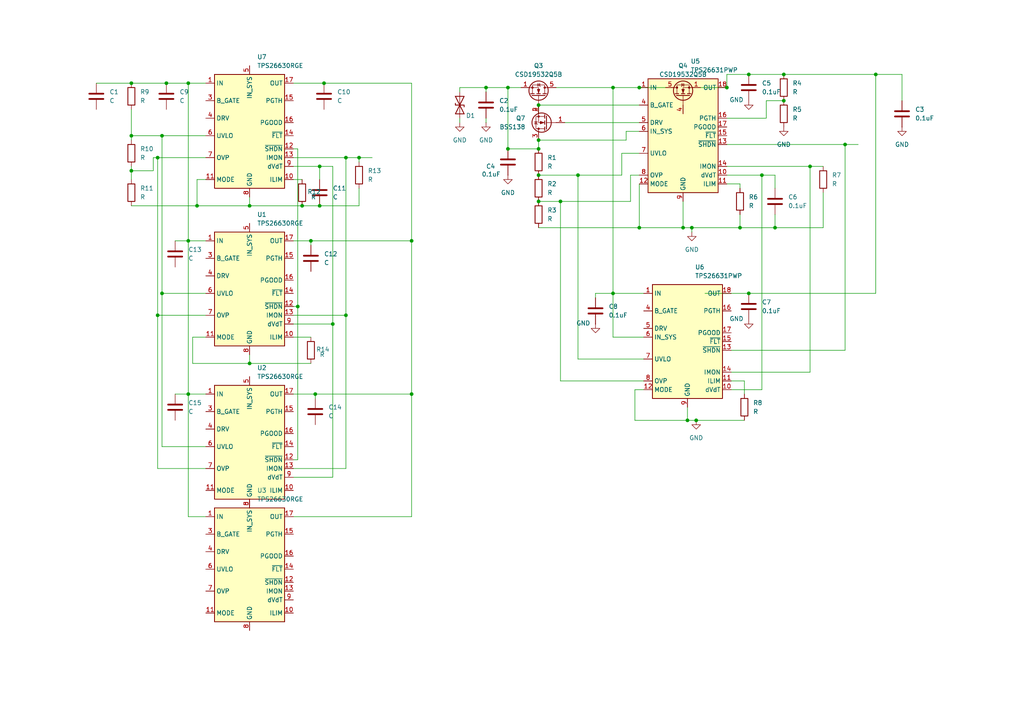
<source format=kicad_sch>
(kicad_sch (version 20231120) (generator "eeschema") (generator_version "8.0")
  (paper "A4")
  (lib_symbols
    (symbol "Device:C" (pin_numbers hide) (pin_names (offset 0.254))
      (property "Reference" "C" (at 0.635 2.54 0))
      (property "Value" "C" (at 0.635 -2.54 0))
      (symbol "C_0_1"
        (polyline (pts (xy -2.032 -0.762) (xy 2.032 -0.762)) (stroke (width 0.508)))
        (polyline (pts (xy -2.032 0.762) (xy 2.032 0.762)) (stroke (width 0.508)))
      )
      (symbol "C_1_1"
        (pin passive line (at 0 3.81 270) (length 2.794) (name "~") (number "1"))
        (pin passive line (at 0 -3.81 90) (length 2.794) (name "~") (number "2"))
      )
    )
    (symbol "Device:R" (pin_numbers hide) (pin_names (offset 0))
      (property "Reference" "R" (at 2.032 0 90))
      (property "Value" "R" (at 0 0 90))
      (symbol "R_0_1"
        (rectangle (start -1.016 -2.54) (end 1.016 2.54) (stroke (width 0.254)))
      )
      (symbol "R_1_1"
        (pin passive line (at 0 3.81 270) (length 1.27) (name "~") (number "1"))
        (pin passive line (at 0 -3.81 90) (length 1.27) (name "~") (number "2"))
      )
    )
    (symbol "Diode:1.5SMCxxCA" (pin_numbers hide) (pin_names (offset 1.016) hide)
      (property "Reference" "D" (at 0 2.54 0))
      (property "Value" "1.5SMCxxCA" (at 0 -2.54 0))
      (symbol "1.5SMCxxCA_0_1"
        (polyline (pts (xy 1.27 0) (xy -1.27 0)))
        (polyline (pts (xy -2.54 -1.27) (xy 0 0) (xy -2.54 1.27) (xy -2.54 -1.27)) (stroke (width 0.254)))
        (polyline (pts (xy 0.508 1.27) (xy 0 1.27) (xy 0 -1.27) (xy -0.508 -1.27)) (stroke (width 0.254)))
        (polyline (pts (xy 2.54 1.27) (xy 2.54 -1.27) (xy 0 0) (xy 2.54 1.27)) (stroke (width 0.254)))
      )
      (symbol "1.5SMCxxCA_1_1"
        (pin passive line (at -3.81 0 0) (length 2.54) (name "A1") (number "1"))
        (pin passive line (at 3.81 0 180) (length 2.54) (name "A2") (number "2"))
      )
    )
    (symbol "TPS26630RGE_1"
      (property "Reference" "U7" (at 2.1941 20.32 0))
      (property "Value" "TPS26630RGE" (at 2.1941 17.78 0))
      (symbol "TPS26630RGE_1_0_1"
        (rectangle (start -10.16 15.24) (end 10.16 -17.78) (stroke (width 0.254)) (fill (type background)))
      )
      (symbol "TPS26630RGE_1_1_1"
        (pin power_in line (at -12.7 12.7 0) (length 2.54) (name "IN") (number "1"))
        (pin passive line (at 12.7 -15.24 180) (length 2.54) (name "ILIM") (number "10"))
        (pin input line (at -12.7 -15.24 0) (length 2.54) (name "MODE") (number "11"))
        (pin input line (at 12.7 -6.35 180) (length 2.54) (name "~{SHDN}") (number "12"))
        (pin output line (at 12.7 -8.89 180) (length 2.54) (name "IMON") (number "13"))
        (pin open_collector line (at 12.7 -2.54 180) (length 2.54) (name "~{FLT}") (number "14"))
        (pin input line (at 12.7 7.62 180) (length 2.54) (name "PGTH") (number "15"))
        (pin output line (at 12.7 1.27 180) (length 2.54) (name "PGOOD") (number "16"))
        (pin power_out line (at 12.7 12.7 180) (length 2.54) (name "OUT") (number "17"))
        (pin passive line (at 12.7 12.7 180) (length 2.54) hide (name "OUT") (number "18"))
        (pin no_connect line (at -10.16 10.16 0) (length 2.54) hide (name "NC") (number "19"))
        (pin passive line (at -12.7 12.7 0) (length 2.54) hide (name "IN") (number "2"))
        (pin no_connect line (at -10.16 5.08 0) (length 2.54) hide (name "NC") (number "20"))
        (pin no_connect line (at -10.16 0 0) (length 2.54) hide (name "NC") (number "21"))
        (pin no_connect line (at 10.16 10.16 180) (length 2.54) hide (name "NC") (number "22"))
        (pin no_connect line (at 10.16 5.08 180) (length 2.54) hide (name "NC") (number "23"))
        (pin no_connect line (at 10.16 2.54 180) (length 2.54) hide (name "NC") (number "24"))
        (pin passive line (at 0 -20.32 90) (length 2.54) hide (name "GND") (number "25"))
        (pin output line (at -12.7 7.62 0) (length 2.54) (name "B_GATE") (number "3"))
        (pin output line (at -12.7 2.54 0) (length 2.54) (name "DRV") (number "4"))
        (pin power_in line (at 0 17.78 270) (length 2.54) (name "IN_SYS") (number "5"))
        (pin input line (at -12.7 -2.54 0) (length 2.54) (name "UVLO") (number "6"))
        (pin input line (at -12.7 -8.89 0) (length 2.54) (name "OVP") (number "7"))
        (pin power_in line (at 0 -20.32 90) (length 2.54) (name "GND") (number "8"))
        (pin passive line (at 12.7 -11.43 180) (length 2.54) (name "dVdT") (number "9"))
      )
    )
    (symbol "TPS26631PWP_1"
      (property "Reference" "U5" (at 2.1941 20.32 0))
      (property "Value" "TPS26631PWP" (at 2.1941 17.78 0))
      (symbol "TPS26631PWP_1_0_1"
        (rectangle (start -10.16 15.24) (end 10.16 -17.78) (stroke (width 0.254)) (fill (type background)))
      )
      (symbol "TPS26631PWP_1_1_1"
        (pin power_in line (at -12.7 12.7 0) (length 2.54) (name "IN") (number "1"))
        (pin passive line (at 12.7 -15.24 180) (length 2.54) (name "dVdT") (number "10"))
        (pin passive line (at 12.7 -12.7 180) (length 2.54) (name "ILIM") (number "11"))
        (pin input line (at -12.7 -15.24 0) (length 2.54) (name "MODE") (number "12"))
        (pin input line (at 12.7 -3.81 180) (length 2.54) (name "~{SHDN}") (number "13"))
        (pin output line (at 12.7 -10.16 180) (length 2.54) (name "IMON") (number "14"))
        (pin open_collector line (at 12.7 -1.27 180) (length 2.54) (name "~{FLT}") (number "15"))
        (pin input line (at 12.7 7.62 180) (length 2.54) (name "PGTH") (number "16"))
        (pin output line (at 12.7 1.27 180) (length 2.54) (name "PGOOD") (number "17"))
        (pin power_out line (at 12.7 12.7 180) (length 2.54) (name "OUT") (number "18"))
        (pin passive line (at 12.7 12.7 180) (length 2.54) hide (name "OUT") (number "19"))
        (pin passive line (at -12.7 12.7 0) (length 2.54) hide (name "IN") (number "2"))
        (pin passive line (at 12.7 12.7 180) (length 2.54) hide (name "OUT") (number "20"))
        (pin passive line (at 0 -20.32 90) (length 2.54) hide (name "GND") (number "21"))
        (pin passive line (at -12.7 12.7 0) (length 2.54) hide (name "IN") (number "3"))
        (pin output line (at -12.7 7.62 0) (length 2.54) (name "B_GATE") (number "4"))
        (pin output line (at -12.7 2.54 0) (length 2.54) (name "DRV") (number "5"))
        (pin power_in line (at -12.7 0 0) (length 2.54) (name "IN_SYS") (number "6"))
        (pin input line (at -12.7 -6.35 0) (length 2.54) (name "UVLO") (number "7"))
        (pin input line (at -12.7 -12.7 0) (length 2.54) (name "OVP") (number "8"))
        (pin power_in line (at 0 -20.32 90) (length 2.54) (name "GND") (number "9"))
      )
    )
    (symbol "TPS26631PWP_2"
      (property "Reference" "U5" (at 2.1941 20.32 0))
      (property "Value" "TPS26631PWP" (at 2.1941 17.78 0))
      (symbol "TPS26631PWP_2_0_1"
        (rectangle (start -10.16 15.24) (end 10.16 -17.78) (stroke (width 0.254)) (fill (type background)))
      )
      (symbol "TPS26631PWP_2_1_1"
        (pin power_in line (at -12.7 12.7 0) (length 2.54) (name "IN") (number "1"))
        (pin passive line (at 12.7 -12.7 180) (length 2.54) (name "dVdT") (number "10"))
        (pin passive line (at 12.7 -15.24 180) (length 2.54) (name "ILIM") (number "11"))
        (pin input line (at -12.7 -15.24 0) (length 2.54) (name "MODE") (number "12"))
        (pin input line (at 12.7 -3.81 180) (length 2.54) (name "~{SHDN}") (number "13"))
        (pin output line (at 12.7 -10.16 180) (length 2.54) (name "IMON") (number "14"))
        (pin open_collector line (at 12.7 -1.27 180) (length 2.54) (name "~{FLT}") (number "15"))
        (pin input line (at 12.7 3.81 180) (length 2.54) (name "PGTH") (number "16"))
        (pin output line (at 12.7 1.27 180) (length 2.54) (name "PGOOD") (number "17"))
        (pin power_out line (at 12.7 12.7 180) (length 2.54) (name "OUT") (number "18"))
        (pin passive line (at 12.7 12.7 180) (length 2.54) hide (name "OUT") (number "19"))
        (pin passive line (at -12.7 12.7 0) (length 2.54) hide (name "IN") (number "2"))
        (pin passive line (at 12.7 12.7 180) (length 2.54) hide (name "OUT") (number "20"))
        (pin passive line (at 0 -20.32 90) (length 2.54) hide (name "GND") (number "21"))
        (pin passive line (at -12.7 12.7 0) (length 2.54) hide (name "IN") (number "3"))
        (pin output line (at -12.7 7.62 0) (length 2.54) (name "B_GATE") (number "4"))
        (pin output line (at -12.7 2.54 0) (length 2.54) (name "DRV") (number "5"))
        (pin power_in line (at -12.7 0 0) (length 2.54) (name "IN_SYS") (number "6"))
        (pin input line (at -12.7 -6.35 0) (length 2.54) (name "UVLO") (number "7"))
        (pin input line (at -12.7 -12.7 0) (length 2.54) (name "OVP") (number "8"))
        (pin power_in line (at 0 -20.32 90) (length 2.54) (name "GND") (number "9"))
      )
    )
    (symbol "Transistor_FET:BSS138" (pin_names hide)
      (property "Reference" "Q" (at 5.08 1.905 0))
      (property "Value" "BSS138" (at 5.08 0 0))
      (symbol "BSS138_0_1"
        (polyline (pts (xy 0.254 0) (xy -2.54 0)))
        (polyline (pts (xy 0.254 1.905) (xy 0.254 -1.905)) (stroke (width 0.254)))
        (polyline (pts (xy 0.762 -1.27) (xy 0.762 -2.286)) (stroke (width 0.254)))
        (polyline (pts (xy 0.762 0.508) (xy 0.762 -0.508)) (stroke (width 0.254)))
        (polyline (pts (xy 0.762 2.286) (xy 0.762 1.27)) (stroke (width 0.254)))
        (polyline (pts (xy 2.54 2.54) (xy 2.54 1.778)))
        (polyline (pts (xy 2.54 -2.54) (xy 2.54 0) (xy 0.762 0)))
        (polyline (pts (xy 0.762 -1.778) (xy 3.302 -1.778) (xy 3.302 1.778) (xy 0.762 1.778)))
        (polyline (pts (xy 1.016 0) (xy 2.032 0.381) (xy 2.032 -0.381) (xy 1.016 0)) (fill (type outline)))
        (polyline (pts (xy 2.794 0.508) (xy 2.921 0.381) (xy 3.683 0.381) (xy 3.81 0.254)))
        (polyline (pts (xy 3.302 0.381) (xy 2.921 -0.254) (xy 3.683 -0.254) (xy 3.302 0.381)))
        (circle (center 1.651 0) (radius 2.794) (stroke (width 0.254)))
        (circle (center 2.54 -1.778) (radius 0.254) (fill (type outline)))
        (circle (center 2.54 1.778) (radius 0.254) (fill (type outline)))
      )
      (symbol "BSS138_1_1"
        (pin input line (at -5.08 0 0) (length 2.54) (name "G") (number "1"))
        (pin passive line (at 2.54 -5.08 90) (length 2.54) (name "S") (number "2"))
        (pin passive line (at 2.54 5.08 270) (length 2.54) (name "D") (number "3"))
      )
    )
    (symbol "Transistor_FET:CSD19532Q5B" (pin_names hide)
      (property "Reference" "Q" (at 5.08 1.905 0))
      (property "Value" "CSD19532Q5B" (at 5.08 0 0))
      (symbol "CSD19532Q5B_0_1"
        (polyline (pts (xy 0.254 0) (xy -2.54 0)))
        (polyline (pts (xy 0.254 1.905) (xy 0.254 -1.905)) (stroke (width 0.254)))
        (polyline (pts (xy 0.762 -1.27) (xy 0.762 -2.286)) (stroke (width 0.254)))
        (polyline (pts (xy 0.762 0.508) (xy 0.762 -0.508)) (stroke (width 0.254)))
        (polyline (pts (xy 0.762 2.286) (xy 0.762 1.27)) (stroke (width 0.254)))
        (polyline (pts (xy 2.54 2.54) (xy 2.54 1.778)))
        (polyline (pts (xy 2.54 -2.54) (xy 2.54 0) (xy 0.762 0)))
        (polyline (pts (xy 0.762 -1.778) (xy 3.302 -1.778) (xy 3.302 1.778) (xy 0.762 1.778)))
        (polyline (pts (xy 1.016 0) (xy 2.032 0.381) (xy 2.032 -0.381) (xy 1.016 0)) (fill (type outline)))
        (polyline (pts (xy 2.794 0.508) (xy 2.921 0.381) (xy 3.683 0.381) (xy 3.81 0.254)))
        (polyline (pts (xy 3.302 0.381) (xy 2.921 -0.254) (xy 3.683 -0.254) (xy 3.302 0.381)))
        (circle (center 1.651 0) (radius 2.794) (stroke (width 0.254)))
        (circle (center 2.54 -1.778) (radius 0.254) (fill (type outline)))
        (circle (center 2.54 1.778) (radius 0.254) (fill (type outline)))
      )
      (symbol "CSD19532Q5B_1_1"
        (pin passive line (at 2.54 -5.08 90) (length 2.54) (name "S") (number "1"))
        (pin passive line (at 2.54 -5.08 90) (length 2.54) hide (name "S") (number "2"))
        (pin passive line (at 2.54 -5.08 90) (length 2.54) hide (name "S") (number "3"))
        (pin passive line (at -5.08 0 0) (length 2.54) (name "G") (number "4"))
        (pin passive line (at 2.54 5.08 270) (length 2.54) (name "D") (number "5"))
      )
    )
    (symbol "power:GND" (power) (pin_numbers hide) (pin_names (offset 0) hide)
      (property "Value" "GND" (at 0 -3.81 0))
      (symbol "GND_0_1"
        (polyline (pts (xy 0 0) (xy 0 -1.27) (xy 1.27 -1.27) (xy 0 -2.54) (xy -1.27 -1.27) (xy 0 -1.27)))
      )
      (symbol "GND_1_1"
        (pin power_in line (at 0 0 270) (length 0) (name "~") (number "1"))
      )
    )
  )
  (junction (at 100.33 45.72))
  (junction (at 156.21 40.64))
  (junction (at 100.33 91.44))
  (junction (at 198.12 66.04))
  (junction (at 92.71 59.69))
  (junction (at 93.98 24.13))
  (junction (at 46.99 85.09))
  (junction (at 156.21 30.48))
  (junction (at 177.8 85.09))
  (junction (at 162.56 58.42))
  (junction (at 199.39 121.92))
  (junction (at 57.15 59.69))
  (junction (at 92.71 48.26))
  (junction (at 91.44 114.3))
  (junction (at 217.17 85.09))
  (junction (at 72.39 105.41))
  (junction (at 48.26 24.13))
  (junction (at 46.99 39.37))
  (junction (at 38.1 49.53))
  (junction (at 87.63 59.69))
  (junction (at 245.11 41.91))
  (junction (at 227.33 21.59))
  (junction (at 104.14 45.72))
  (junction (at 140.97 25.4))
  (junction (at 254 21.59))
  (junction (at 147.32 43.18))
  (junction (at 54.61 114.3))
  (junction (at 214.63 66.04))
  (junction (at 119.38 114.3))
  (junction (at 54.61 24.13))
  (junction (at 156.21 50.8))
  (junction (at 38.1 39.37))
  (junction (at 234.95 48.26))
  (junction (at 156.21 58.42))
  (junction (at 147.32 25.4))
  (junction (at 156.21 43.18))
  (junction (at 119.38 69.85))
  (junction (at 210.82 25.4))
  (junction (at 217.17 21.59))
  (junction (at 86.36 88.9))
  (junction (at 54.61 69.85))
  (junction (at 90.17 69.85))
  (junction (at 220.98 50.8))
  (junction (at 96.52 93.98))
  (junction (at 45.72 45.72))
  (junction (at 185.42 66.04))
  (junction (at 185.42 25.4))
  (junction (at 200.66 66.04))
  (junction (at 227.33 29.21))
  (junction (at 45.72 91.44))
  (junction (at 72.39 59.69))
  (junction (at 177.8 25.4))
  (junction (at 38.1 24.13))
  (junction (at 224.79 66.04))
  (junction (at 201.93 121.92))
  (junction (at 167.64 50.8))
  (wire (pts (xy 214.63 66.04) (xy 224.79 66.04)))
  (wire (pts (xy 44.45 45.72) (xy 44.45 49.53)))
  (wire (pts (xy 38.1 59.69) (xy 57.15 59.69)))
  (wire (pts (xy 93.98 24.13) (xy 119.38 24.13)))
  (wire (pts (xy 59.69 24.13) (xy 54.61 24.13)))
  (wire (pts (xy 212.09 85.09) (xy 217.17 85.09)))
  (wire (pts (xy 59.69 91.44) (xy 45.72 91.44)))
  (wire (pts (xy 210.82 21.59) (xy 217.17 21.59)))
  (wire (pts (xy 119.38 149.86) (xy 119.38 114.3)))
  (wire (pts (xy 54.61 69.85) (xy 59.69 69.85)))
  (wire (pts (xy 224.79 66.04) (xy 238.76 66.04)))
  (wire (pts (xy 54.61 24.13) (xy 54.61 69.85)))
  (wire (pts (xy 181.61 40.64) (xy 181.61 38.1)))
  (wire (pts (xy 167.64 104.14) (xy 186.69 104.14)))
  (wire (pts (xy 55.88 97.79) (xy 55.88 105.41)))
  (wire (pts (xy 210.82 34.29) (xy 222.25 34.29)))
  (wire (pts (xy 72.39 102.87) (xy 72.39 105.41)))
  (wire (pts (xy 59.69 135.89) (xy 45.72 135.89)))
  (wire (pts (xy 156.21 50.8) (xy 167.64 50.8)))
  (wire (pts (xy 156.21 30.48) (xy 156.21 33.02)))
  (wire (pts (xy 182.88 50.8) (xy 185.42 50.8)))
  (wire (pts (xy 119.38 24.13) (xy 119.38 69.85)))
  (wire (pts (xy 162.56 58.42) (xy 162.56 110.49)))
  (wire (pts (xy 90.17 69.85) (xy 85.09 69.85)))
  (wire (pts (xy 85.09 97.79) (xy 90.17 97.79)))
  (wire (pts (xy 85.09 149.86) (xy 119.38 149.86)))
  (wire (pts (xy 85.09 52.07) (xy 87.63 52.07)))
  (wire (pts (xy 46.99 85.09) (xy 46.99 39.37)))
  (wire (pts (xy 59.69 129.54) (xy 46.99 129.54)))
  (wire (pts (xy 92.71 48.26) (xy 92.71 52.07)))
  (wire (pts (xy 85.09 93.98) (xy 96.52 93.98)))
  (wire (pts (xy 38.1 39.37) (xy 38.1 40.64)))
  (wire (pts (xy 59.69 97.79) (xy 55.88 97.79)))
  (wire (pts (xy 59.69 149.86) (xy 54.61 149.86)))
  (wire (pts (xy 72.39 105.41) (xy 90.17 105.41)))
  (wire (pts (xy 54.61 69.85) (xy 54.61 114.3)))
  (wire (pts (xy 140.97 25.4) (xy 140.97 26.67)))
  (wire (pts (xy 234.95 48.26) (xy 238.76 48.26)))
  (wire (pts (xy 91.44 114.3) (xy 91.44 115.57)))
  (wire (pts (xy 104.14 45.72) (xy 104.14 46.99)))
  (wire (pts (xy 46.99 85.09) (xy 59.69 85.09)))
  (wire (pts (xy 185.42 66.04) (xy 198.12 66.04)))
  (wire (pts (xy 212.09 110.49) (xy 215.9 110.49)))
  (wire (pts (xy 50.8 114.3) (xy 54.61 114.3)))
  (wire (pts (xy 177.8 85.09) (xy 186.69 85.09)))
  (wire (pts (xy 163.83 35.56) (xy 185.42 35.56)))
  (wire (pts (xy 177.8 97.79) (xy 186.69 97.79)))
  (wire (pts (xy 156.21 58.42) (xy 162.56 58.42)))
  (wire (pts (xy 167.64 50.8) (xy 167.64 104.14)))
  (wire (pts (xy 180.34 44.45) (xy 185.42 44.45)))
  (wire (pts (xy 38.1 48.26) (xy 38.1 49.53)))
  (wire (pts (xy 119.38 69.85) (xy 90.17 69.85)))
  (wire (pts (xy 245.11 41.91) (xy 248.92 41.91)))
  (wire (pts (xy 100.33 135.89) (xy 100.33 91.44)))
  (wire (pts (xy 201.93 121.92) (xy 199.39 121.92)))
  (wire (pts (xy 85.09 135.89) (xy 100.33 135.89)))
  (wire (pts (xy 222.25 34.29) (xy 222.25 29.21)))
  (wire (pts (xy 156.21 30.48) (xy 185.42 30.48)))
  (wire (pts (xy 181.61 38.1) (xy 185.42 38.1)))
  (wire (pts (xy 45.72 45.72) (xy 44.45 45.72)))
  (wire (pts (xy 100.33 45.72) (xy 85.09 45.72)))
  (wire (pts (xy 59.69 52.07) (xy 57.15 52.07)))
  (wire (pts (xy 104.14 45.72) (xy 100.33 45.72)))
  (wire (pts (xy 38.1 31.75) (xy 38.1 39.37)))
  (wire (pts (xy 104.14 54.61) (xy 104.14 59.69)))
  (wire (pts (xy 38.1 39.37) (xy 46.99 39.37)))
  (wire (pts (xy 203.2 25.4) (xy 210.82 25.4)))
  (wire (pts (xy 217.17 85.09) (xy 254 85.09)))
  (wire (pts (xy 59.69 45.72) (xy 45.72 45.72)))
  (wire (pts (xy 184.15 113.03) (xy 186.69 113.03)))
  (wire (pts (xy 92.71 48.26) (xy 85.09 48.26)))
  (wire (pts (xy 222.25 29.21) (xy 227.33 29.21)))
  (wire (pts (xy 162.56 110.49) (xy 186.69 110.49)))
  (wire (pts (xy 96.52 93.98) (xy 96.52 48.26)))
  (wire (pts (xy 210.82 21.59) (xy 210.82 25.4)))
  (wire (pts (xy 45.72 135.89) (xy 45.72 91.44)))
  (wire (pts (xy 156.21 40.64) (xy 156.21 43.18)))
  (wire (pts (xy 234.95 48.26) (xy 234.95 107.95)))
  (wire (pts (xy 119.38 69.85) (xy 119.38 114.3)))
  (wire (pts (xy 48.26 24.13) (xy 54.61 24.13)))
  (wire (pts (xy 55.88 105.41) (xy 72.39 105.41)))
  (wire (pts (xy 200.66 66.04) (xy 198.12 66.04)))
  (wire (pts (xy 182.88 58.42) (xy 182.88 50.8)))
  (wire (pts (xy 85.09 114.3) (xy 91.44 114.3)))
  (wire (pts (xy 214.63 53.34) (xy 214.63 54.61)))
  (wire (pts (xy 46.99 39.37) (xy 59.69 39.37)))
  (wire (pts (xy 177.8 85.09) (xy 172.72 85.09)))
  (wire (pts (xy 90.17 69.85) (xy 90.17 71.12)))
  (wire (pts (xy 133.35 25.4) (xy 133.35 26.67)))
  (wire (pts (xy 224.79 50.8) (xy 224.79 54.61)))
  (wire (pts (xy 210.82 50.8) (xy 220.98 50.8)))
  (wire (pts (xy 107.95 45.72) (xy 104.14 45.72)))
  (wire (pts (xy 45.72 91.44) (xy 45.72 45.72)))
  (wire (pts (xy 201.93 121.92) (xy 215.9 121.92)))
  (wire (pts (xy 214.63 66.04) (xy 214.63 62.23)))
  (wire (pts (xy 147.32 43.18) (xy 156.21 43.18)))
  (wire (pts (xy 96.52 138.43) (xy 96.52 93.98)))
  (wire (pts (xy 156.21 66.04) (xy 185.42 66.04)))
  (wire (pts (xy 245.11 41.91) (xy 245.11 101.6)))
  (wire (pts (xy 198.12 58.42) (xy 198.12 66.04)))
  (wire (pts (xy 85.09 133.35) (xy 86.36 133.35)))
  (wire (pts (xy 38.1 24.13) (xy 48.26 24.13)))
  (wire (pts (xy 220.98 113.03) (xy 212.09 113.03)))
  (wire (pts (xy 210.82 53.34) (xy 214.63 53.34)))
  (wire (pts (xy 177.8 85.09) (xy 177.8 97.79)))
  (wire (pts (xy 238.76 66.04) (xy 238.76 55.88)))
  (wire (pts (xy 254 21.59) (xy 261.62 21.59)))
  (wire (pts (xy 57.15 52.07) (xy 57.15 59.69)))
  (wire (pts (xy 100.33 91.44) (xy 100.33 45.72)))
  (wire (pts (xy 140.97 34.29) (xy 140.97 35.56)))
  (wire (pts (xy 184.15 121.92) (xy 184.15 113.03)))
  (wire (pts (xy 180.34 50.8) (xy 180.34 44.45)))
  (wire (pts (xy 161.29 25.4) (xy 177.8 25.4)))
  (wire (pts (xy 85.09 43.18) (xy 86.36 43.18)))
  (wire (pts (xy 199.39 118.11) (xy 199.39 121.92)))
  (wire (pts (xy 162.56 58.42) (xy 182.88 58.42)))
  (wire (pts (xy 133.35 25.4) (xy 140.97 25.4)))
  (wire (pts (xy 57.15 59.69) (xy 72.39 59.69)))
  (wire (pts (xy 151.13 25.4) (xy 147.32 25.4)))
  (wire (pts (xy 177.8 25.4) (xy 177.8 85.09)))
  (wire (pts (xy 156.21 40.64) (xy 181.61 40.64)))
  (wire (pts (xy 50.8 69.85) (xy 54.61 69.85)))
  (wire (pts (xy 227.33 21.59) (xy 254 21.59)))
  (wire (pts (xy 210.82 48.26) (xy 234.95 48.26)))
  (wire (pts (xy 85.09 91.44) (xy 100.33 91.44)))
  (wire (pts (xy 224.79 66.04) (xy 224.79 62.23)))
  (wire (pts (xy 220.98 50.8) (xy 220.98 113.03)))
  (wire (pts (xy 27.94 24.13) (xy 38.1 24.13)))
  (wire (pts (xy 147.32 25.4) (xy 147.32 43.18)))
  (wire (pts (xy 96.52 48.26) (xy 92.71 48.26)))
  (wire (pts (xy 86.36 43.18) (xy 86.36 88.9)))
  (wire (pts (xy 86.36 88.9) (xy 85.09 88.9)))
  (wire (pts (xy 87.63 59.69) (xy 92.71 59.69)))
  (wire (pts (xy 72.39 57.15) (xy 72.39 59.69)))
  (wire (pts (xy 44.45 49.53) (xy 38.1 49.53)))
  (wire (pts (xy 210.82 41.91) (xy 245.11 41.91)))
  (wire (pts (xy 261.62 21.59) (xy 261.62 29.21)))
  (wire (pts (xy 38.1 49.53) (xy 38.1 52.07)))
  (wire (pts (xy 92.71 57.15) (xy 92.71 58.42)))
  (wire (pts (xy 200.66 66.04) (xy 214.63 66.04)))
  (wire (pts (xy 59.69 114.3) (xy 54.61 114.3)))
  (wire (pts (xy 147.32 25.4) (xy 140.97 25.4)))
  (wire (pts (xy 199.39 121.92) (xy 184.15 121.92)))
  (wire (pts (xy 85.09 24.13) (xy 93.98 24.13)))
  (wire (pts (xy 86.36 133.35) (xy 86.36 88.9)))
  (wire (pts (xy 167.64 50.8) (xy 180.34 50.8)))
  (wire (pts (xy 215.9 110.49) (xy 215.9 114.3)))
  (wire (pts (xy 177.8 25.4) (xy 185.42 25.4)))
  (wire (pts (xy 212.09 107.95) (xy 234.95 107.95)))
  (wire (pts (xy 85.09 138.43) (xy 96.52 138.43)))
  (wire (pts (xy 220.98 50.8) (xy 224.79 50.8)))
  (wire (pts (xy 46.99 129.54) (xy 46.99 85.09)))
  (wire (pts (xy 172.72 85.09) (xy 172.72 86.36)))
  (wire (pts (xy 204.47 85.09) (xy 212.09 85.09)))
  (wire (pts (xy 54.61 149.86) (xy 54.61 114.3)))
  (wire (pts (xy 245.11 101.6) (xy 212.09 101.6)))
  (wire (pts (xy 72.39 59.69) (xy 87.63 59.69)))
  (wire (pts (xy 200.66 67.31) (xy 200.66 66.04)))
  (wire (pts (xy 185.42 25.4) (xy 193.04 25.4)))
  (wire (pts (xy 133.35 34.29) (xy 133.35 35.56)))
  (wire (pts (xy 217.17 21.59) (xy 227.33 21.59)))
  (wire (pts (xy 91.44 114.3) (xy 119.38 114.3)))
  (wire (pts (xy 185.42 53.34) (xy 185.42 66.04)))
  (wire (pts (xy 254 21.59) (xy 254 85.09)))
  (wire (pts (xy 104.14 59.69) (xy 92.71 59.69)))
  (symbol (lib_id "Device:R") (at 156.21 62.23 0) (unit 1)
    (property "Reference" "R3" (at 158.75 60.9599 0) (effects (justify left)))
    (property "Value" "R" (at 158.75 63.4999 0) (effects (justify left)))
    (property "Description" "Resistor" (effects (hide yes)))
  )
  (symbol (lib_id "Device:C") (at 27.94 27.94 0) (unit 1)
    (property "Reference" "C1" (at 31.75 26.6699 0) (effects (justify left)))
    (property "Value" "C" (at 31.75 29.2099 0) (effects (justify left)))
    (property "Description" "Unpolarized capacitor" (effects (hide yes)))
  )
  (symbol (lib_id "Device:C") (at 147.32 46.99 0) (unit 1)
    (property "Reference" "C4" (at 140.97 48.26 0) (effects (justify left)))
    (property "Value" "0.1uF" (at 139.7 50.546 0) (effects (justify left)))
    (property "Description" "Unpolarized capacitor" (effects (hide yes)))
  )
  (symbol (lib_name "TPS26630RGE_1") (lib_id "Power_Management:TPS26630RGE") (at 72.39 36.83 0) (unit 1)
    (property "Reference" "U7" (at 74.5841 16.51 0) (effects (justify left)))
    (property "Value" "TPS26630RGE" (at 74.5841 19.05 0) (effects (justify left)))
    (property "Footprint" "Package_DFN_QFN:Texas_RGE0024H_VQFN-24-1EP_4x4mm_P0.5mm_EP2.7x2.7mm_ThermalVias" (effects (hide yes)))
    (property "Datasheet" "https://www.ti.com/lit/ds/symlink/tps2663.pdf" (effects (hide yes)))
    (property "Description" "60V, 6A Power Limiting, Surge Protection Industrial eFuse, Adjustable Overvoltage cut-off, Active Current Limiting, VQFN-24" (effects (hide yes)))
  )
  (symbol (lib_id "Device:R") (at 214.63 58.42 0) (unit 1)
    (property "Reference" "R6" (at 217.17 57.1499 0) (effects (justify left)))
    (property "Value" "R" (at 217.17 59.6899 0) (effects (justify left)))
    (property "Description" "Resistor" (effects (hide yes)))
  )
  (symbol (lib_id "power:GND") (at 133.35 35.56 0) (unit 1)
    (property "Reference" "#PWR01" (effects (hide yes)))
    (property "Value" "GND" (at 133.35 40.64 0))
    (property "Description" "Power symbol creates a global label with name \"GND\" , ground" (effects (hide yes)))
  )
  (symbol (lib_name "TPS26630RGE_1") (lib_id "Power_Management:TPS26630RGE") (at 72.39 162.56 0) (unit 1)
    (property "Reference" "U3" (at 74.5841 142.24 0) (effects (justify left)))
    (property "Value" "TPS26630RGE" (at 74.5841 144.78 0) (effects (justify left)))
    (property "Footprint" "Package_DFN_QFN:Texas_RGE0024H_VQFN-24-1EP_4x4mm_P0.5mm_EP2.7x2.7mm_ThermalVias" (effects (hide yes)))
    (property "Datasheet" "https://www.ti.com/lit/ds/symlink/tps2663.pdf" (effects (hide yes)))
    (property "Description" "60V, 6A Power Limiting, Surge Protection Industrial eFuse, Adjustable Overvoltage cut-off, Active Current Limiting, VQFN-24" (effects (hide yes)))
  )
  (symbol (lib_id "Device:R") (at 38.1 44.45 0) (unit 1)
    (property "Reference" "R10" (at 40.64 43.1799 0) (effects (justify left)))
    (property "Value" "R" (at 40.64 45.7199 0) (effects (justify left)))
    (property "Description" "Resistor" (effects (hide yes)))
  )
  (symbol (lib_id "power:GND") (at 147.32 50.8 0) (unit 1)
    (property "Reference" "#PWR03" (effects (hide yes)))
    (property "Value" "GND" (at 147.32 55.88 0))
    (property "Description" "Power symbol creates a global label with name \"GND\" , ground" (effects (hide yes)))
  )
  (symbol (lib_id "Device:C") (at 172.72 90.17 0) (unit 1)
    (property "Reference" "C8" (at 176.53 88.8999 0) (effects (justify left)))
    (property "Value" "0.1uF" (at 176.53 91.4399 0) (effects (justify left)))
    (property "Description" "Unpolarized capacitor" (effects (hide yes)))
  )
  (symbol (lib_id "Device:C") (at 48.26 27.94 0) (unit 1)
    (property "Reference" "C9" (at 52.07 26.6699 0) (effects (justify left)))
    (property "Value" "C" (at 52.07 29.2099 0) (effects (justify left)))
    (property "Description" "Unpolarized capacitor" (effects (hide yes)))
  )
  (symbol (lib_id "power:GND") (at 261.62 36.83 0) (unit 1)
    (property "Reference" "#PWR07" (effects (hide yes)))
    (property "Value" "GND" (at 261.62 41.91 0))
    (property "Description" "Power symbol creates a global label with name \"GND\" , ground" (effects (hide yes)))
  )
  (symbol (lib_id "Device:C") (at 50.8 73.66 0) (unit 1)
    (property "Reference" "C13" (at 54.61 72.3899 0) (effects (justify left)))
    (property "Value" "C" (at 54.61 74.9299 0) (effects (justify left)))
    (property "Description" "Unpolarized capacitor" (effects (hide yes)))
  )
  (symbol (lib_id "power:GND") (at 200.66 67.31 0) (unit 1)
    (property "Reference" "#PWR04" (effects (hide yes)))
    (property "Value" "GND" (at 200.66 72.39 0))
    (property "Description" "Power symbol creates a global label with name \"GND\" , ground" (effects (hide yes)))
  )
  (symbol (lib_id "power:GND") (at 172.72 93.98 0) (unit 1)
    (property "Reference" "#PWR09" (effects (hide yes)))
    (property "Value" "GND" (at 169.164 93.726 0))
    (property "Description" "Power symbol creates a global label with name \"GND\" , ground" (effects (hide yes)))
  )
  (symbol (lib_id "Device:C") (at 93.98 27.94 0) (unit 1)
    (property "Reference" "C10" (at 97.79 26.6699 0) (effects (justify left)))
    (property "Value" "C" (at 97.79 29.2099 0) (effects (justify left)))
    (property "Description" "Unpolarized capacitor" (effects (hide yes)))
  )
  (symbol (lib_id "power:GND") (at 201.93 121.92 0) (unit 1)
    (property "Reference" "#PWR010" (effects (hide yes)))
    (property "Value" "GND" (at 201.93 127 0))
    (property "Description" "Power symbol creates a global label with name \"GND\" , ground" (effects (hide yes)))
  )
  (symbol (lib_id "Device:C") (at 217.17 88.9 0) (unit 1)
    (property "Reference" "C7" (at 220.98 87.6299 0) (effects (justify left)))
    (property "Value" "0.1uF" (at 220.98 90.1699 0) (effects (justify left)))
    (property "Description" "Unpolarized capacitor" (effects (hide yes)))
  )
  (symbol (lib_id "Device:R") (at 104.14 50.8 0) (unit 1)
    (property "Reference" "R13" (at 106.68 49.5299 0) (effects (justify left)))
    (property "Value" "R" (at 106.68 52.0699 0) (effects (justify left)))
    (property "Description" "Resistor" (effects (hide yes)))
  )
  (symbol (lib_id "Device:R") (at 227.33 33.02 0) (unit 1)
    (property "Reference" "R5" (at 229.87 31.7499 0) (effects (justify left)))
    (property "Value" "R" (at 229.87 34.2899 0) (effects (justify left)))
    (property "Description" "Resistor" (effects (hide yes)))
  )
  (symbol (lib_id "Device:R") (at 227.33 25.4 0) (unit 1)
    (property "Reference" "R4" (at 229.87 24.1299 0) (effects (justify left)))
    (property "Value" "R" (at 229.87 26.6699 0) (effects (justify left)))
    (property "Description" "Resistor" (effects (hide yes)))
  )
  (symbol (lib_id "Device:C") (at 217.17 25.4 0) (unit 1)
    (property "Reference" "C5" (at 220.98 24.1299 0) (effects (justify left)))
    (property "Value" "0.1uF" (at 220.98 26.6699 0) (effects (justify left)))
    (property "Description" "Unpolarized capacitor" (effects (hide yes)))
  )
  (symbol (lib_name "TPS26631PWP_1") (lib_id "Power_Management:TPS26631PWP") (at 199.39 97.79 0) (unit 1)
    (property "Reference" "U6" (at 201.5841 77.47 0) (effects (justify left)))
    (property "Value" "TPS26631PWP" (at 201.5841 80.01 0) (effects (justify left)))
    (property "Footprint" "Package_SO:HTSSOP-20-1EP_4.4x6.5mm_P0.65mm_EP3.4x6.5mm_Mask2.96x2.96mm_ThermalVias" (effects (hide yes)))
    (property "Datasheet" "https://www.ti.com/lit/ds/symlink/tps2663.pdf" (effects (hide yes)))
    (property "Description" "60V, 6A Power Limiting, Surge Protection Industrial eFuse, Adjustable Overvoltage cut-off, Active Current Limiting with Pulse current support, HTTSOP-20" (effects (hide yes)))
  )
  (symbol (lib_id "Transistor_FET:CSD19532Q5B") (at 198.12 27.94 90) (unit 1)
    (property "Reference" "Q4" (at 198.12 19.05 90))
    (property "Value" "CSD19532Q5B" (at 198.12 21.59 90))
    (property "Footprint" "Package_TO_SOT_SMD:TDSON-8-1" (effects (hide yes)))
    (property "Datasheet" "http://www.ti.com/lit/gpn/csd19532q5b" (effects (hide yes)))
    (property "Description" "100A Id, 100V Vds, NexFET N-Channel Power MOSFET, 4.9mOhm Ron, 48nC Qg(typ), SON8 5x6mm" (effects (hide yes)))
  )
  (symbol (lib_id "Device:C") (at 91.44 119.38 0) (unit 1)
    (property "Reference" "C14" (at 95.25 118.1099 0) (effects (justify left)))
    (property "Value" "C" (at 95.25 120.6499 0) (effects (justify left)))
    (property "Description" "Unpolarized capacitor" (effects (hide yes)))
  )
  (symbol (lib_id "Device:R") (at 238.76 52.07 0) (unit 1)
    (property "Reference" "R7" (at 241.3 50.7999 0) (effects (justify left)))
    (property "Value" "R" (at 241.3 53.3399 0) (effects (justify left)))
    (property "Description" "Resistor" (effects (hide yes)))
  )
  (symbol (lib_id "Device:R") (at 87.63 55.88 0) (unit 1)
    (property "Reference" "R12" (at 89.154 55.626 0) (effects (justify left)))
    (property "Value" "R" (at 90.17 57.1499 0) (effects (justify left)))
    (property "Description" "Resistor" (effects (hide yes)))
  )
  (symbol (lib_id "Device:C") (at 90.17 74.93 0) (unit 1)
    (property "Reference" "C12" (at 93.98 73.6599 0) (effects (justify left)))
    (property "Value" "C" (at 93.98 76.1999 0) (effects (justify left)))
    (property "Description" "Unpolarized capacitor" (effects (hide yes)))
  )
  (symbol (lib_id "Device:R") (at 38.1 27.94 0) (unit 1)
    (property "Reference" "R9" (at 40.64 26.6699 0) (effects (justify left)))
    (property "Value" "R" (at 40.64 29.2099 0) (effects (justify left)))
    (property "Description" "Resistor" (effects (hide yes)))
  )
  (symbol (lib_name "TPS26631PWP_2") (lib_id "Power_Management:TPS26631PWP") (at 198.12 38.1 0) (unit 1)
    (property "Reference" "U5" (at 200.3141 17.78 0) (effects (justify left)))
    (property "Value" "TPS26631PWP" (at 200.3141 20.32 0) (effects (justify left)))
    (property "Footprint" "Package_SO:HTSSOP-20-1EP_4.4x6.5mm_P0.65mm_EP3.4x6.5mm_Mask2.96x2.96mm_ThermalVias" (effects (hide yes)))
    (property "Datasheet" "https://www.ti.com/lit/ds/symlink/tps2663.pdf" (effects (hide yes)))
    (property "Description" "60V, 6A Power Limiting, Surge Protection Industrial eFuse, Adjustable Overvoltage cut-off, Active Current Limiting with Pulse current support, HTTSOP-20" (effects (hide yes)))
  )
  (symbol (lib_id "Device:C") (at 50.8 118.11 0) (unit 1)
    (property "Reference" "C15" (at 54.61 116.8399 0) (effects (justify left)))
    (property "Value" "C" (at 54.61 119.3799 0) (effects (justify left)))
    (property "Description" "Unpolarized capacitor" (effects (hide yes)))
  )
  (symbol (lib_id "power:GND") (at 227.33 36.83 0) (unit 1)
    (property "Reference" "#PWR06" (effects (hide yes)))
    (property "Value" "GND" (at 227.33 41.91 0))
    (property "Description" "Power symbol creates a global label with name \"GND\" , ground" (effects (hide yes)))
  )
  (symbol (lib_id "Device:R") (at 90.17 101.6 0) (unit 1)
    (property "Reference" "R14" (at 91.694 101.346 0) (effects (justify left)))
    (property "Value" "R" (at 92.71 102.8699 0) (effects (justify left)))
    (property "Description" "Resistor" (effects (hide yes)))
  )
  (symbol (lib_id "Device:R") (at 215.9 118.11 0) (unit 1)
    (property "Reference" "R8" (at 218.44 116.8399 0) (effects (justify left)))
    (property "Value" "R" (at 218.44 119.3799 0) (effects (justify left)))
    (property "Description" "Resistor" (effects (hide yes)))
  )
  (symbol (lib_name "TPS26630RGE_1") (lib_id "Power_Management:TPS26630RGE") (at 72.39 127 0) (unit 1)
    (property "Reference" "U2" (at 74.5841 106.68 0) (effects (justify left)))
    (property "Value" "TPS26630RGE" (at 74.5841 109.22 0) (effects (justify left)))
    (property "Footprint" "Package_DFN_QFN:Texas_RGE0024H_VQFN-24-1EP_4x4mm_P0.5mm_EP2.7x2.7mm_ThermalVias" (effects (hide yes)))
    (property "Datasheet" "https://www.ti.com/lit/ds/symlink/tps2663.pdf" (effects (hide yes)))
    (property "Description" "60V, 6A Power Limiting, Surge Protection Industrial eFuse, Adjustable Overvoltage cut-off, Active Current Limiting, VQFN-24" (effects (hide yes)))
  )
  (symbol (lib_id "Device:R") (at 156.21 54.61 0) (unit 1)
    (property "Reference" "R2" (at 158.75 53.3399 0) (effects (justify left)))
    (property "Value" "R" (at 158.75 55.8799 0) (effects (justify left)))
    (property "Description" "Resistor" (effects (hide yes)))
  )
  (symbol (lib_id "Device:C") (at 224.79 58.42 0) (unit 1)
    (property "Reference" "C6" (at 228.6 57.1499 0) (effects (justify left)))
    (property "Value" "0.1uF" (at 228.6 59.6899 0) (effects (justify left)))
    (property "Description" "Unpolarized capacitor" (effects (hide yes)))
  )
  (symbol (lib_name "TPS26630RGE_1") (lib_id "Power_Management:TPS26630RGE") (at 72.39 82.55 0) (unit 1)
    (property "Reference" "U1" (at 74.5841 62.23 0) (effects (justify left)))
    (property "Value" "TPS26630RGE" (at 74.5841 64.77 0) (effects (justify left)))
    (property "Footprint" "Package_DFN_QFN:Texas_RGE0024H_VQFN-24-1EP_4x4mm_P0.5mm_EP2.7x2.7mm_ThermalVias" (effects (hide yes)))
    (property "Datasheet" "https://www.ti.com/lit/ds/symlink/tps2663.pdf" (effects (hide yes)))
    (property "Description" "60V, 6A Power Limiting, Surge Protection Industrial eFuse, Adjustable Overvoltage cut-off, Active Current Limiting, VQFN-24" (effects (hide yes)))
  )
  (symbol (lib_id "power:GND") (at 217.17 92.71 0) (unit 1)
    (property "Reference" "#PWR08" (effects (hide yes)))
    (property "Value" "GND" (at 213.614 92.456 0))
    (property "Description" "Power symbol creates a global label with name \"GND\" , ground" (effects (hide yes)))
  )
  (symbol (lib_id "power:GND") (at 140.97 35.56 0) (unit 1)
    (property "Reference" "#PWR02" (effects (hide yes)))
    (property "Value" "GND" (at 140.97 40.64 0))
    (property "Description" "Power symbol creates a global label with name \"GND\" , ground" (effects (hide yes)))
  )
  (symbol (lib_id "Transistor_FET:BSS138") (at 158.75 35.56 180) (unit 1)
    (property "Reference" "Q7" (at 152.4 34.2899 0) (effects (justify left)))
    (property "Value" "BSS138" (at 152.4 36.8299 0) (effects (justify left)))
    (property "Footprint" "Package_TO_SOT_SMD:SOT-23" (effects (hide yes)))
    (property "Datasheet" "https://www.onsemi.com/pub/Collateral/BSS138-D.PDF" (effects (hide yes)))
    (property "Description" "50V Vds, 0.22A Id, N-Channel MOSFET, SOT-23" (effects (hide yes)))
  )
  (symbol (lib_id "Device:C") (at 140.97 30.48 0) (unit 1)
    (property "Reference" "C2" (at 144.78 29.2099 0) (effects (justify left)))
    (property "Value" "0.1uF" (at 144.78 31.7499 0) (effects (justify left)))
    (property "Description" "Unpolarized capacitor" (effects (hide yes)))
  )
  (symbol (lib_id "Device:R") (at 156.21 46.99 0) (unit 1)
    (property "Reference" "R1" (at 158.75 45.7199 0) (effects (justify left)))
    (property "Value" "R" (at 158.75 48.2599 0) (effects (justify left)))
    (property "Description" "Resistor" (effects (hide yes)))
  )
  (symbol (lib_id "power:GND") (at 217.17 29.21 0) (unit 1)
    (property "Reference" "#PWR05" (effects (hide yes)))
    (property "Value" "GND" (at 213.614 28.956 0))
    (property "Description" "Power symbol creates a global label with name \"GND\" , ground" (effects (hide yes)))
  )
  (symbol (lib_id "Device:C") (at 92.71 55.88 0) (unit 1)
    (property "Reference" "C11" (at 96.52 54.6099 0) (effects (justify left)))
    (property "Value" "C" (at 96.52 57.1499 0) (effects (justify left)))
    (property "Description" "Unpolarized capacitor" (effects (hide yes)))
  )
  (symbol (lib_id "Transistor_FET:CSD19532Q5B") (at 156.21 27.94 270) (mirror x) (unit 1)
    (property "Reference" "Q3" (at 156.21 19.05 90))
    (property "Value" "CSD19532Q5B" (at 156.21 21.59 90))
    (property "Footprint" "Package_TO_SOT_SMD:TDSON-8-1" (effects (hide yes)))
    (property "Datasheet" "http://www.ti.com/lit/gpn/csd19532q5b" (effects (hide yes)))
    (property "Description" "100A Id, 100V Vds, NexFET N-Channel Power MOSFET, 4.9mOhm Ron, 48nC Qg(typ), SON8 5x6mm" (effects (hide yes)))
  )
  (symbol (lib_id "Device:R") (at 38.1 55.88 0) (unit 1)
    (property "Reference" "R11" (at 40.64 54.6099 0) (effects (justify left)))
    (property "Value" "R" (at 40.64 57.1499 0) (effects (justify left)))
    (property "Description" "Resistor" (effects (hide yes)))
  )
  (symbol (lib_id "Diode:1.5SMCxxCA") (at 133.35 30.48 90) (unit 1)
    (property "Reference" "D1" (at 135.128 33.528 90) (effects (justify right)))
    (property "Value" "1.5SMCxxCA" (effects (hide yes)))
    (property "Footprint" "Diode_SMD:D_SMC" (effects (hide yes)))
    (property "Datasheet" "https://www.vishay.com/docs/88303/15smc.pdf" (effects (hide yes)))
    (property "Description" "1500W bidirectional TVS diode, SMC (DO-201AB)" (effects (hide yes)))
  )
  (symbol (lib_id "Device:C") (at 261.62 33.02 0) (unit 1)
    (property "Reference" "C3" (at 265.43 31.7499 0) (effects (justify left)))
    (property "Value" "0.1uF" (at 265.43 34.2899 0) (effects (justify left)))
    (property "Description" "Unpolarized capacitor" (effects (hide yes)))
  )
)
</source>
